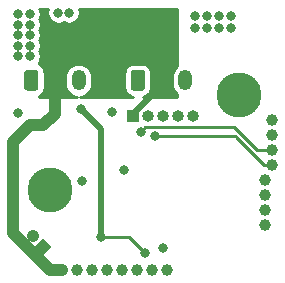
<source format=gbr>
G04 #@! TF.GenerationSoftware,KiCad,Pcbnew,5.1.5+dfsg1-2build2*
G04 #@! TF.CreationDate,2021-02-09T17:16:18+01:00*
G04 #@! TF.ProjectId,base2.0,62617365-322e-4302-9e6b-696361645f70,rev?*
G04 #@! TF.SameCoordinates,Original*
G04 #@! TF.FileFunction,Copper,L4,Bot*
G04 #@! TF.FilePolarity,Positive*
%FSLAX46Y46*%
G04 Gerber Fmt 4.6, Leading zero omitted, Abs format (unit mm)*
G04 Created by KiCad (PCBNEW 5.1.5+dfsg1-2build2) date 2021-02-09 17:16:18*
%MOMM*%
%LPD*%
G04 APERTURE LIST*
G04 #@! TA.AperFunction,ComponentPad*
%ADD10C,1.000000*%
G04 #@! TD*
G04 #@! TA.AperFunction,ComponentPad*
%ADD11O,1.200000X1.750000*%
G04 #@! TD*
G04 #@! TA.AperFunction,ComponentPad*
%ADD12C,0.350000*%
G04 #@! TD*
G04 #@! TA.AperFunction,ComponentPad*
%ADD13C,1.000000*%
G04 #@! TD*
G04 #@! TA.AperFunction,ComponentPad*
%ADD14O,1.000000X1.000000*%
G04 #@! TD*
G04 #@! TA.AperFunction,ComponentPad*
%ADD15R,1.000000X1.000000*%
G04 #@! TD*
G04 #@! TA.AperFunction,ComponentPad*
%ADD16C,3.800000*%
G04 #@! TD*
G04 #@! TA.AperFunction,ViaPad*
%ADD17C,0.800000*%
G04 #@! TD*
G04 #@! TA.AperFunction,Conductor*
%ADD18C,1.000000*%
G04 #@! TD*
G04 #@! TA.AperFunction,Conductor*
%ADD19C,0.500000*%
G04 #@! TD*
G04 #@! TA.AperFunction,Conductor*
%ADD20C,0.250000*%
G04 #@! TD*
G04 #@! TA.AperFunction,Conductor*
%ADD21C,0.254000*%
G04 #@! TD*
G04 APERTURE END LIST*
D10*
G04 #@! TO.P,U2,1*
G04 #@! TO.N,+3V3*
X157324501Y-108810501D03*
G04 #@! TO.P,U2,2*
G04 #@! TO.N,GND*
X157324501Y-110080501D03*
G04 #@! TO.P,U2,3*
G04 #@! TO.N,I2C_SDA*
X157324501Y-111350501D03*
G04 #@! TO.P,U2,4*
G04 #@! TO.N,I2C_SCL*
X157324501Y-112620501D03*
G04 #@! TO.P,U2,5*
G04 #@! TO.N,FDCAN_TX*
X156689501Y-113890501D03*
G04 #@! TO.P,U2,6*
G04 #@! TO.N,FDCAN_RX*
X156689501Y-115160501D03*
G04 #@! TO.P,U2,7*
G04 #@! TO.N,USART1_RX*
X156689501Y-116430501D03*
G04 #@! TO.P,U2,8*
G04 #@! TO.N,USART1_TX*
X156689501Y-117700501D03*
G04 #@! TO.P,U2,9*
G04 #@! TO.N,GND*
X148434501Y-121510501D03*
G04 #@! TO.P,U2,10*
G04 #@! TO.N,USART2*
X147164501Y-121510501D03*
G04 #@! TO.P,U2,11*
G04 #@! TO.N,MOSI*
X145894501Y-121510501D03*
G04 #@! TO.P,U2,12*
G04 #@! TO.N,MISO*
X144624501Y-121510501D03*
G04 #@! TO.P,U2,13*
G04 #@! TO.N,SCK*
X143354501Y-121510501D03*
G04 #@! TO.P,U2,14*
G04 #@! TO.N,ADC2*
X142084501Y-121510501D03*
G04 #@! TO.P,U2,15*
G04 #@! TO.N,ADC1*
X140814501Y-121510501D03*
G04 #@! TO.P,U2,16*
G04 #@! TO.N,VCC*
X139544501Y-121510501D03*
G04 #@! TD*
D11*
G04 #@! TO.P,S2,3*
G04 #@! TO.N,GND*
X140906000Y-105410000D03*
G04 #@! TO.P,S2,2*
G04 #@! TO.N,VCC*
X138906000Y-105410000D03*
G04 #@! TA.AperFunction,ComponentPad*
D12*
G04 #@! TO.P,S2,1*
G04 #@! TO.N,USART2*
G36*
X137280505Y-104536204D02*
G01*
X137304773Y-104539804D01*
X137328572Y-104545765D01*
X137351671Y-104554030D01*
X137373850Y-104564520D01*
X137394893Y-104577132D01*
X137414599Y-104591747D01*
X137432777Y-104608223D01*
X137449253Y-104626401D01*
X137463868Y-104646107D01*
X137476480Y-104667150D01*
X137486970Y-104689329D01*
X137495235Y-104712428D01*
X137501196Y-104736227D01*
X137504796Y-104760495D01*
X137506000Y-104784999D01*
X137506000Y-106035001D01*
X137504796Y-106059505D01*
X137501196Y-106083773D01*
X137495235Y-106107572D01*
X137486970Y-106130671D01*
X137476480Y-106152850D01*
X137463868Y-106173893D01*
X137449253Y-106193599D01*
X137432777Y-106211777D01*
X137414599Y-106228253D01*
X137394893Y-106242868D01*
X137373850Y-106255480D01*
X137351671Y-106265970D01*
X137328572Y-106274235D01*
X137304773Y-106280196D01*
X137280505Y-106283796D01*
X137256001Y-106285000D01*
X136555999Y-106285000D01*
X136531495Y-106283796D01*
X136507227Y-106280196D01*
X136483428Y-106274235D01*
X136460329Y-106265970D01*
X136438150Y-106255480D01*
X136417107Y-106242868D01*
X136397401Y-106228253D01*
X136379223Y-106211777D01*
X136362747Y-106193599D01*
X136348132Y-106173893D01*
X136335520Y-106152850D01*
X136325030Y-106130671D01*
X136316765Y-106107572D01*
X136310804Y-106083773D01*
X136307204Y-106059505D01*
X136306000Y-106035001D01*
X136306000Y-104784999D01*
X136307204Y-104760495D01*
X136310804Y-104736227D01*
X136316765Y-104712428D01*
X136325030Y-104689329D01*
X136335520Y-104667150D01*
X136348132Y-104646107D01*
X136362747Y-104626401D01*
X136379223Y-104608223D01*
X136397401Y-104591747D01*
X136417107Y-104577132D01*
X136438150Y-104564520D01*
X136460329Y-104554030D01*
X136483428Y-104545765D01*
X136507227Y-104539804D01*
X136531495Y-104536204D01*
X136555999Y-104535000D01*
X137256001Y-104535000D01*
X137280505Y-104536204D01*
G37*
G04 #@! TD.AperFunction*
G04 #@! TD*
D11*
G04 #@! TO.P,S1,3*
G04 #@! TO.N,GND*
X149923000Y-105410000D03*
G04 #@! TO.P,S1,2*
G04 #@! TO.N,VCC*
X147923000Y-105410000D03*
G04 #@! TA.AperFunction,ComponentPad*
D12*
G04 #@! TO.P,S1,1*
G04 #@! TO.N,USART2*
G36*
X146297505Y-104536204D02*
G01*
X146321773Y-104539804D01*
X146345572Y-104545765D01*
X146368671Y-104554030D01*
X146390850Y-104564520D01*
X146411893Y-104577132D01*
X146431599Y-104591747D01*
X146449777Y-104608223D01*
X146466253Y-104626401D01*
X146480868Y-104646107D01*
X146493480Y-104667150D01*
X146503970Y-104689329D01*
X146512235Y-104712428D01*
X146518196Y-104736227D01*
X146521796Y-104760495D01*
X146523000Y-104784999D01*
X146523000Y-106035001D01*
X146521796Y-106059505D01*
X146518196Y-106083773D01*
X146512235Y-106107572D01*
X146503970Y-106130671D01*
X146493480Y-106152850D01*
X146480868Y-106173893D01*
X146466253Y-106193599D01*
X146449777Y-106211777D01*
X146431599Y-106228253D01*
X146411893Y-106242868D01*
X146390850Y-106255480D01*
X146368671Y-106265970D01*
X146345572Y-106274235D01*
X146321773Y-106280196D01*
X146297505Y-106283796D01*
X146273001Y-106285000D01*
X145572999Y-106285000D01*
X145548495Y-106283796D01*
X145524227Y-106280196D01*
X145500428Y-106274235D01*
X145477329Y-106265970D01*
X145455150Y-106255480D01*
X145434107Y-106242868D01*
X145414401Y-106228253D01*
X145396223Y-106211777D01*
X145379747Y-106193599D01*
X145365132Y-106173893D01*
X145352520Y-106152850D01*
X145342030Y-106130671D01*
X145333765Y-106107572D01*
X145327804Y-106083773D01*
X145324204Y-106059505D01*
X145323000Y-106035001D01*
X145323000Y-104784999D01*
X145324204Y-104760495D01*
X145327804Y-104736227D01*
X145333765Y-104712428D01*
X145342030Y-104689329D01*
X145352520Y-104667150D01*
X145365132Y-104646107D01*
X145379747Y-104626401D01*
X145396223Y-104608223D01*
X145414401Y-104591747D01*
X145434107Y-104577132D01*
X145455150Y-104564520D01*
X145477329Y-104554030D01*
X145500428Y-104545765D01*
X145524227Y-104539804D01*
X145548495Y-104536204D01*
X145572999Y-104535000D01*
X146273001Y-104535000D01*
X146297505Y-104536204D01*
G37*
G04 #@! TD.AperFunction*
G04 #@! TD*
D13*
G04 #@! TO.P,J4,2*
G04 #@! TO.N,GND*
X137023974Y-118608974D02*
X137023974Y-118608974D01*
G04 #@! TA.AperFunction,ComponentPad*
D12*
G04 #@! TO.P,J4,1*
G04 #@! TO.N,NRTS*
G36*
X137922000Y-120214107D02*
G01*
X137214893Y-119507000D01*
X137922000Y-118799893D01*
X138629107Y-119507000D01*
X137922000Y-120214107D01*
G37*
G04 #@! TD.AperFunction*
G04 #@! TD*
D14*
G04 #@! TO.P,J3,5*
G04 #@! TO.N,GND*
X150622000Y-108407200D03*
G04 #@! TO.P,J3,4*
G04 #@! TO.N,JTMS-SWDIO*
X149352000Y-108407200D03*
G04 #@! TO.P,J3,3*
G04 #@! TO.N,JTCK-SWCLI*
X148082000Y-108407200D03*
G04 #@! TO.P,J3,2*
G04 #@! TO.N,+3V3*
X146812000Y-108407200D03*
D15*
G04 #@! TO.P,J3,1*
G04 #@! TO.N,VCC*
X145542000Y-108407200D03*
G04 #@! TD*
D16*
G04 #@! TO.P,J2,1*
G04 #@! TO.N,Net-(J2-Pad1)*
X154500000Y-106700000D03*
G04 #@! TD*
G04 #@! TO.P,J1,1*
G04 #@! TO.N,Net-(J1-Pad1)*
X138500000Y-114700000D03*
G04 #@! TD*
D17*
G04 #@! TO.N,+3V3*
X136779000Y-99822000D03*
X135763000Y-99822000D03*
X136779000Y-100711000D03*
X135763000Y-100711000D03*
X135763000Y-101600000D03*
X136779000Y-101600000D03*
X136779000Y-102489000D03*
X136779000Y-103378000D03*
X135763000Y-102489000D03*
X135763000Y-103378000D03*
X148082000Y-119634000D03*
G04 #@! TO.N,GND*
X150749000Y-99949000D03*
X150749000Y-100965000D03*
X151765000Y-100965000D03*
X151765000Y-99949000D03*
X152781000Y-99949000D03*
X152781000Y-100965000D03*
X153797000Y-100965000D03*
X153797000Y-99949000D03*
X139192000Y-99695000D03*
X140081000Y-99695000D03*
X135763000Y-108204000D03*
X144780000Y-113030000D03*
X141224000Y-113919000D03*
X143741999Y-108077000D03*
G04 #@! TO.N,USART2*
X142809501Y-118662817D03*
X146558000Y-120015000D03*
X141097000Y-107823000D03*
G04 #@! TO.N,I2C_SDA*
X146151600Y-109778800D03*
G04 #@! TO.N,I2C_SCL*
X147357670Y-110137606D03*
G04 #@! TD*
D18*
G04 #@! TO.N,VCC*
X138906000Y-108236000D02*
X138906000Y-105410000D01*
X137922000Y-109220000D02*
X138906000Y-108236000D01*
X136779000Y-109220000D02*
X137922000Y-109220000D01*
X135329511Y-118384127D02*
X135329511Y-110669489D01*
X138455885Y-121510501D02*
X135329511Y-118384127D01*
X135329511Y-110669489D02*
X136779000Y-109220000D01*
X139544501Y-121510501D02*
X138455885Y-121510501D01*
D19*
X145542000Y-108271198D02*
X147234798Y-106578400D01*
X145542000Y-108407200D02*
X145542000Y-108271198D01*
X147234798Y-106098202D02*
X147923000Y-105410000D01*
X147234798Y-106578400D02*
X147234798Y-106098202D01*
D20*
G04 #@! TO.N,USART2*
X145205817Y-118662817D02*
X146558000Y-120015000D01*
X142809501Y-118662817D02*
X145205817Y-118662817D01*
D19*
X142809501Y-109535501D02*
X141097000Y-107823000D01*
X142809501Y-118662817D02*
X142809501Y-109535501D01*
D20*
G04 #@! TO.N,I2C_SDA*
X146551599Y-109378801D02*
X154082801Y-109378801D01*
X146151600Y-109778800D02*
X146551599Y-109378801D01*
X156054501Y-111350501D02*
X157324501Y-111350501D01*
X154082801Y-109378801D02*
X156054501Y-111350501D01*
G04 #@! TO.N,I2C_SCL*
X147357670Y-110137606D02*
X154205196Y-110137606D01*
X156617395Y-112620501D02*
X157324501Y-112620501D01*
X154205196Y-110208302D02*
X156617395Y-112620501D01*
X154205196Y-110137606D02*
X154205196Y-110208302D01*
G04 #@! TD*
D21*
G04 #@! TO.N,VCC*
G36*
X138300624Y-99424604D02*
G01*
X138265000Y-99603699D01*
X138265000Y-99786301D01*
X138300624Y-99965396D01*
X138370504Y-100134099D01*
X138471952Y-100285928D01*
X138601072Y-100415048D01*
X138752901Y-100516496D01*
X138921604Y-100586376D01*
X139100699Y-100622000D01*
X139283301Y-100622000D01*
X139462396Y-100586376D01*
X139631099Y-100516496D01*
X139636500Y-100512887D01*
X139641901Y-100516496D01*
X139810604Y-100586376D01*
X139989699Y-100622000D01*
X140172301Y-100622000D01*
X140351396Y-100586376D01*
X140520099Y-100516496D01*
X140671928Y-100415048D01*
X140801048Y-100285928D01*
X140902496Y-100134099D01*
X140972376Y-99965396D01*
X141008000Y-99786301D01*
X141008000Y-99603699D01*
X140972376Y-99424604D01*
X140938367Y-99342501D01*
X149225000Y-99342501D01*
X149225000Y-104249898D01*
X149122235Y-104334235D01*
X148981400Y-104505843D01*
X148876750Y-104701630D01*
X148812307Y-104914070D01*
X148796000Y-105079636D01*
X148796000Y-105740365D01*
X148812307Y-105905931D01*
X148876751Y-106118371D01*
X148981401Y-106314157D01*
X149122236Y-106485765D01*
X149225000Y-106570101D01*
X149225000Y-106807000D01*
X146349646Y-106807000D01*
X146425083Y-106799570D01*
X146571321Y-106755209D01*
X146706095Y-106683171D01*
X146824225Y-106586225D01*
X146921171Y-106468095D01*
X146993209Y-106333321D01*
X147037570Y-106187083D01*
X147052549Y-106035001D01*
X147052549Y-104784999D01*
X147037570Y-104632917D01*
X146993209Y-104486679D01*
X146921171Y-104351905D01*
X146824225Y-104233775D01*
X146706095Y-104136829D01*
X146571321Y-104064791D01*
X146425083Y-104020430D01*
X146273001Y-104005451D01*
X145572999Y-104005451D01*
X145420917Y-104020430D01*
X145274679Y-104064791D01*
X145139905Y-104136829D01*
X145021775Y-104233775D01*
X144924829Y-104351905D01*
X144852791Y-104486679D01*
X144808430Y-104632917D01*
X144793451Y-104784999D01*
X144793451Y-106035001D01*
X144808430Y-106187083D01*
X144852791Y-106333321D01*
X144924829Y-106468095D01*
X145021775Y-106586225D01*
X145139905Y-106683171D01*
X145274679Y-106755209D01*
X145420917Y-106799570D01*
X145496354Y-106807000D01*
X141012130Y-106807000D01*
X141126931Y-106795693D01*
X141339371Y-106731250D01*
X141535157Y-106626600D01*
X141706765Y-106485765D01*
X141847600Y-106314157D01*
X141952250Y-106118370D01*
X142016693Y-105905930D01*
X142033000Y-105740364D01*
X142033000Y-105079635D01*
X142016693Y-104914069D01*
X141952250Y-104701629D01*
X141847600Y-104505843D01*
X141706765Y-104334235D01*
X141535157Y-104193400D01*
X141339370Y-104088750D01*
X141126930Y-104024307D01*
X140906000Y-104002547D01*
X140685069Y-104024307D01*
X140472629Y-104088750D01*
X140276843Y-104193400D01*
X140105235Y-104334235D01*
X139964400Y-104505843D01*
X139859750Y-104701630D01*
X139795307Y-104914070D01*
X139779000Y-105079636D01*
X139779000Y-105740365D01*
X139795307Y-105905931D01*
X139859751Y-106118371D01*
X139964401Y-106314157D01*
X140105236Y-106485765D01*
X140276844Y-106626600D01*
X140472630Y-106731250D01*
X140685070Y-106795693D01*
X140799870Y-106807000D01*
X137541000Y-106807000D01*
X137541000Y-106759250D01*
X137554321Y-106755209D01*
X137689095Y-106683171D01*
X137807225Y-106586225D01*
X137904171Y-106468095D01*
X137976209Y-106333321D01*
X138020570Y-106187083D01*
X138035549Y-106035001D01*
X138035549Y-104784999D01*
X138020570Y-104632917D01*
X137976209Y-104486679D01*
X137904171Y-104351905D01*
X137807225Y-104233775D01*
X137689095Y-104136829D01*
X137554321Y-104064791D01*
X137541000Y-104060750D01*
X137541000Y-103906142D01*
X137600496Y-103817099D01*
X137670376Y-103648396D01*
X137706000Y-103469301D01*
X137706000Y-103286699D01*
X137670376Y-103107604D01*
X137600496Y-102938901D01*
X137596887Y-102933500D01*
X137600496Y-102928099D01*
X137670376Y-102759396D01*
X137706000Y-102580301D01*
X137706000Y-102397699D01*
X137670376Y-102218604D01*
X137600496Y-102049901D01*
X137596887Y-102044500D01*
X137600496Y-102039099D01*
X137670376Y-101870396D01*
X137706000Y-101691301D01*
X137706000Y-101508699D01*
X137670376Y-101329604D01*
X137600496Y-101160901D01*
X137596887Y-101155500D01*
X137600496Y-101150099D01*
X137670376Y-100981396D01*
X137706000Y-100802301D01*
X137706000Y-100619699D01*
X137670376Y-100440604D01*
X137600496Y-100271901D01*
X137596887Y-100266500D01*
X137600496Y-100261099D01*
X137670376Y-100092396D01*
X137706000Y-99913301D01*
X137706000Y-99730699D01*
X137670376Y-99551604D01*
X137600496Y-99382901D01*
X137573502Y-99342501D01*
X138334633Y-99342501D01*
X138300624Y-99424604D01*
G37*
X138300624Y-99424604D02*
X138265000Y-99603699D01*
X138265000Y-99786301D01*
X138300624Y-99965396D01*
X138370504Y-100134099D01*
X138471952Y-100285928D01*
X138601072Y-100415048D01*
X138752901Y-100516496D01*
X138921604Y-100586376D01*
X139100699Y-100622000D01*
X139283301Y-100622000D01*
X139462396Y-100586376D01*
X139631099Y-100516496D01*
X139636500Y-100512887D01*
X139641901Y-100516496D01*
X139810604Y-100586376D01*
X139989699Y-100622000D01*
X140172301Y-100622000D01*
X140351396Y-100586376D01*
X140520099Y-100516496D01*
X140671928Y-100415048D01*
X140801048Y-100285928D01*
X140902496Y-100134099D01*
X140972376Y-99965396D01*
X141008000Y-99786301D01*
X141008000Y-99603699D01*
X140972376Y-99424604D01*
X140938367Y-99342501D01*
X149225000Y-99342501D01*
X149225000Y-104249898D01*
X149122235Y-104334235D01*
X148981400Y-104505843D01*
X148876750Y-104701630D01*
X148812307Y-104914070D01*
X148796000Y-105079636D01*
X148796000Y-105740365D01*
X148812307Y-105905931D01*
X148876751Y-106118371D01*
X148981401Y-106314157D01*
X149122236Y-106485765D01*
X149225000Y-106570101D01*
X149225000Y-106807000D01*
X146349646Y-106807000D01*
X146425083Y-106799570D01*
X146571321Y-106755209D01*
X146706095Y-106683171D01*
X146824225Y-106586225D01*
X146921171Y-106468095D01*
X146993209Y-106333321D01*
X147037570Y-106187083D01*
X147052549Y-106035001D01*
X147052549Y-104784999D01*
X147037570Y-104632917D01*
X146993209Y-104486679D01*
X146921171Y-104351905D01*
X146824225Y-104233775D01*
X146706095Y-104136829D01*
X146571321Y-104064791D01*
X146425083Y-104020430D01*
X146273001Y-104005451D01*
X145572999Y-104005451D01*
X145420917Y-104020430D01*
X145274679Y-104064791D01*
X145139905Y-104136829D01*
X145021775Y-104233775D01*
X144924829Y-104351905D01*
X144852791Y-104486679D01*
X144808430Y-104632917D01*
X144793451Y-104784999D01*
X144793451Y-106035001D01*
X144808430Y-106187083D01*
X144852791Y-106333321D01*
X144924829Y-106468095D01*
X145021775Y-106586225D01*
X145139905Y-106683171D01*
X145274679Y-106755209D01*
X145420917Y-106799570D01*
X145496354Y-106807000D01*
X141012130Y-106807000D01*
X141126931Y-106795693D01*
X141339371Y-106731250D01*
X141535157Y-106626600D01*
X141706765Y-106485765D01*
X141847600Y-106314157D01*
X141952250Y-106118370D01*
X142016693Y-105905930D01*
X142033000Y-105740364D01*
X142033000Y-105079635D01*
X142016693Y-104914069D01*
X141952250Y-104701629D01*
X141847600Y-104505843D01*
X141706765Y-104334235D01*
X141535157Y-104193400D01*
X141339370Y-104088750D01*
X141126930Y-104024307D01*
X140906000Y-104002547D01*
X140685069Y-104024307D01*
X140472629Y-104088750D01*
X140276843Y-104193400D01*
X140105235Y-104334235D01*
X139964400Y-104505843D01*
X139859750Y-104701630D01*
X139795307Y-104914070D01*
X139779000Y-105079636D01*
X139779000Y-105740365D01*
X139795307Y-105905931D01*
X139859751Y-106118371D01*
X139964401Y-106314157D01*
X140105236Y-106485765D01*
X140276844Y-106626600D01*
X140472630Y-106731250D01*
X140685070Y-106795693D01*
X140799870Y-106807000D01*
X137541000Y-106807000D01*
X137541000Y-106759250D01*
X137554321Y-106755209D01*
X137689095Y-106683171D01*
X137807225Y-106586225D01*
X137904171Y-106468095D01*
X137976209Y-106333321D01*
X138020570Y-106187083D01*
X138035549Y-106035001D01*
X138035549Y-104784999D01*
X138020570Y-104632917D01*
X137976209Y-104486679D01*
X137904171Y-104351905D01*
X137807225Y-104233775D01*
X137689095Y-104136829D01*
X137554321Y-104064791D01*
X137541000Y-104060750D01*
X137541000Y-103906142D01*
X137600496Y-103817099D01*
X137670376Y-103648396D01*
X137706000Y-103469301D01*
X137706000Y-103286699D01*
X137670376Y-103107604D01*
X137600496Y-102938901D01*
X137596887Y-102933500D01*
X137600496Y-102928099D01*
X137670376Y-102759396D01*
X137706000Y-102580301D01*
X137706000Y-102397699D01*
X137670376Y-102218604D01*
X137600496Y-102049901D01*
X137596887Y-102044500D01*
X137600496Y-102039099D01*
X137670376Y-101870396D01*
X137706000Y-101691301D01*
X137706000Y-101508699D01*
X137670376Y-101329604D01*
X137600496Y-101160901D01*
X137596887Y-101155500D01*
X137600496Y-101150099D01*
X137670376Y-100981396D01*
X137706000Y-100802301D01*
X137706000Y-100619699D01*
X137670376Y-100440604D01*
X137600496Y-100271901D01*
X137596887Y-100266500D01*
X137600496Y-100261099D01*
X137670376Y-100092396D01*
X137706000Y-99913301D01*
X137706000Y-99730699D01*
X137670376Y-99551604D01*
X137600496Y-99382901D01*
X137573502Y-99342501D01*
X138334633Y-99342501D01*
X138300624Y-99424604D01*
G04 #@! TD*
M02*

</source>
